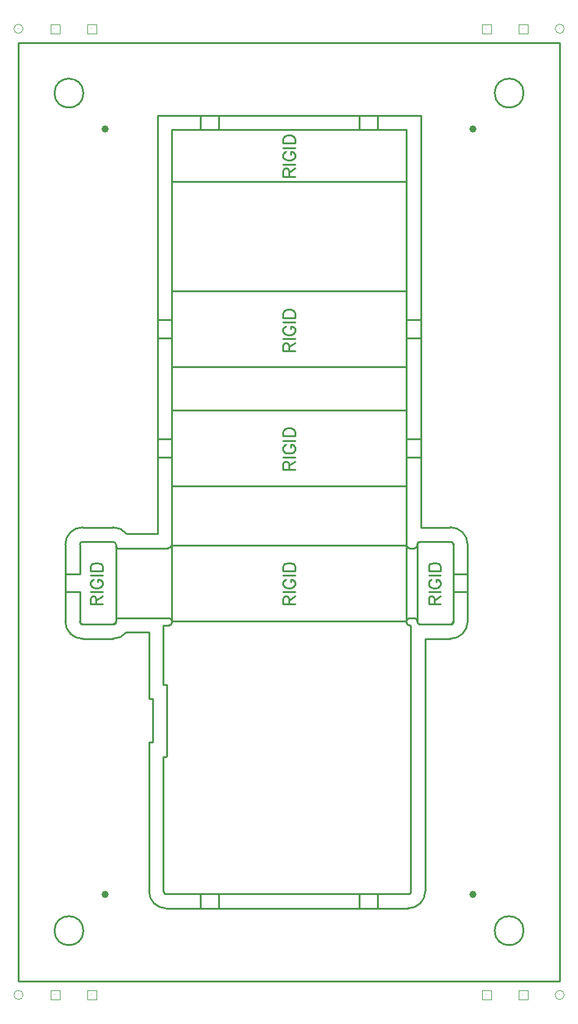
<source format=gbr>
G04 CAM350/DFMSTREAM V11.0 (Build 715) Date:  Fri Nov 02 14:57:23 2018 *
G04 Database: W:\PC Boards\VALTRONIC TECHNOLOGIES\VTC22567\CHECKPLOTS\MODIFIED.cam *
G04 Layer 18: Border *
%FSLAX25Y25*%
%MOIN*%
%SFA1.000B1.000*%

%MIA0B0*%
%IPPOS*%
%ADD10C,0.01000*%
%ADD11C,0.00098*%
%ADD18C,0.03937*%
%ADD38C,0.00100*%
%ADD156R,0.00011X0.00011*%
%ADD157R,0.00012X0.00012*%
%LNBorder*%
%LPD*%
G54D11*
X346150Y296400D03*
G54D18*
X179280Y149512D03*
X380067D03*
Y566835D03*
X179280D03*
G54D156*
X427350Y94800D03*
X132050D03*
X427350Y621600D03*
X132050D03*
G54D157*
X407350Y94800D03*
X152050D03*
X407350Y621600D03*
X152050D03*
X172050Y94800D03*
Y621600D03*
X387350Y94800D03*
Y621600D03*
G54D10*
X167002Y341909D02*
G75*
G03X165502Y340409J-1500D01*
X185187Y340413D02*
G03X183691Y341909I-1496D01*
X167495Y129827D02*
G03X167495Y129827I-7900D01*
X407652D02*
G03X407652Y129827I-7900D01*
X203276Y151383D02*
G03X212650Y142009I9374D01*
X367741Y289026D02*
G03X377115Y298400J9374D01*
X407652Y586520D02*
G03X407652Y586520I-7900D01*
X157628Y298409D02*
G03X167002Y289035I9374D01*
X190997Y346280D02*
G03X183691Y349783I-7306J-5867D01*
X377115Y340400D02*
G03X367741Y349774I-9374D01*
X167495Y586520D02*
G03X167495Y586520I-7900D01*
X167002Y349783D02*
G03X157628Y340409J-9374D01*
X344650Y142009D02*
G03X354024Y151383J9374D01*
X183691Y289035D02*
G03X190992Y292532J9370D01*
X185187Y339144D02*
G03X185972Y338407I786J50D01*
X346150Y296400D02*
G01X345650D01*
X185187Y339144D02*
G01Y340413D01*
X327902Y142009D02*
G01Y149883D01*
X231445Y142009D02*
G01Y149883D01*
X183691Y341909D02*
G01X167002D01*
X185187Y298405D02*
G01Y340413D01*
X349556Y298400D02*
G01Y340400D01*
X132036Y102268D02*
G01Y614080D01*
X351524Y574339D02*
G01X207823D01*
Y346276D02*
G01X190997Y346280D01*
X157628Y298409D02*
G01Y340409D01*
X205244Y232560D02*
G01Y256182D01*
X203276Y151383D02*
G01Y232560D01*
X344650Y142009D02*
G01X212650D01*
X377115Y298400D02*
G01Y340400D01*
X367741Y289026D02*
G01X354024D01*
X427311Y102268D02*
G01X132036D01*
X207823Y346276D02*
G01Y574339D01*
X205244Y232560D02*
G01X203276D01*
X351524Y349774D02*
G01Y574339D01*
X427311Y614080D02*
G01X132036D01*
X203276Y292529D02*
G01X190992Y292531D01*
X203276Y256182D02*
G01Y292529D01*
X205244Y256182D02*
G01X203276D01*
X183691Y349783D02*
G01X167002D01*
X354024Y151383D02*
G01Y289026D01*
X183691Y289035D02*
G01X167002D01*
X367741Y349774D02*
G01X351524D01*
X427311Y102268D02*
G01Y614080D01*
X213697Y338400D02*
G01X185972Y338407D01*
X318059Y142009D02*
G01Y149883D01*
X241288Y142009D02*
G01Y149883D01*
X165500Y324329D02*
G01X157628D01*
X165500D02*
G01Y340409D01*
X215697Y388108D02*
G01X207823D01*
X215697Y397951D02*
G01X207823D01*
X318059Y566465D02*
G01Y574339D01*
X327902Y566465D02*
G01Y574339D01*
X351524Y397951D02*
G01X343650D01*
X351524Y388108D02*
G01X343650D01*
X215697Y462911D02*
G01X207823D01*
X215697Y453069D02*
G01X207823D01*
X377115Y324329D02*
G01X369241D01*
X377115Y314486D02*
G01X369241D01*
X351524Y453069D02*
G01X343650D01*
X351524Y462911D02*
G01X343650D01*
X241288Y566465D02*
G01Y574339D01*
X231445Y566465D02*
G01Y574339D01*
X185187Y340413D02*
G03X183691Y341909I-1496D01*
Y296909D02*
G03X185187Y298405J1496D01*
X167002Y341909D02*
G03X165502Y340409J-1500D01*
Y298409D02*
G03X167002Y296909I1500D01*
X349556Y298400D02*
G03X351056Y296900I1500D01*
X367741D02*
G03X369241Y298400J1500D01*
Y340400D02*
G03X367741Y341900I-1500D01*
X351056D02*
G03X349556Y340400J-1500D01*
X343650Y538304D02*
G01X215697D01*
X343650Y437321D02*
G01X215697D01*
X343650Y478659D02*
G01X215697D01*
X343650Y298738D02*
G01X215697D01*
X343650D02*
G01Y340077D01*
X215697Y298738D02*
G01Y340077D01*
Y372360D02*
G01Y413699D01*
X183691Y341909D02*
G01X167002D01*
X185187Y298405D02*
G01Y340413D01*
X183691Y296909D02*
G01X167002D01*
X367741Y296900D02*
G01X351056D01*
X369241Y298400D02*
G01Y340400D01*
X367741Y341900D02*
G01X351056D01*
X349556Y298400D02*
G01Y340400D01*
X343650Y340077D02*
G01Y372360D01*
X213697Y338400D02*
G03X215697Y340077I-23J2059D01*
X343650Y413699D02*
G01X215697D01*
Y437321*
Y478659*
Y538304*
Y566465*
X343650*
Y538304*
Y566465*
X215697*
Y538304*
X343650*
Y478659*
Y437321*
Y478659*
X215697*
Y437321*
X343650*
Y413699*
Y372360*
X215697*
Y413699*
X343650*
Y372360*
X215697*
Y340077*
X343650*
Y298738*
X215697*
Y340077*
X343650*
X343665Y340006*
X343682Y339936*
X343702Y339867*
X343724Y339798*
X343748Y339730*
X343775Y339664*
X343804Y339598*
X343835Y339533*
X343869Y339469*
X343905Y339407*
X343943Y339345*
X343983Y339285*
X344025Y339227*
X344070Y339170*
X344116Y339115*
X344164Y339061*
X344214Y339009*
X344265Y338959*
X344319Y338910*
X344374Y338864*
X344431Y338819*
X344489Y338777*
X344548Y338736*
X344609Y338698*
X344672Y338662*
X344735Y338628*
X344800Y338596*
X344866Y338566*
X344932Y338539*
X345000Y338514*
X345068Y338492*
X345138Y338472*
X345208Y338454*
X345278Y338439*
X345349Y338426*
X345420Y338416*
X345492Y338408*
X345564Y338403*
X345636Y338400*
X345650*
X347556*
X347625Y338401*
X347695Y338405*
X347765Y338411*
X347834Y338419*
X347903Y338430*
X347971Y338444*
X348039Y338459*
X348107Y338477*
X348174Y338498*
X348240Y338521*
X348305Y338546*
X348369Y338573*
X348432Y338602*
X348494Y338634*
X348556Y338668*
X348615Y338704*
X348674Y338742*
X348731Y338782*
X348787Y338824*
X348841Y338868*
X348894Y338914*
X348945Y338961*
X348994Y339011*
X349042Y339062*
X349088Y339114*
X349132Y339169*
X349174Y339224*
X349214Y339282*
X349252Y339340*
X349288Y339400*
X349321Y339461*
X349353Y339523*
X349383Y339587*
X349410Y339651*
X349435Y339716*
X349458Y339782*
X349478Y339849*
X349496Y339916*
X349512Y339984*
X349525Y340053*
X349536Y340122*
X349545Y340191*
X349551Y340260*
X349554Y340330*
X349556Y340400*
Y340452*
X349559Y340505*
X349564Y340557*
X349570Y340609*
X349578Y340660*
X349588Y340712*
X349600Y340763*
X349614Y340813*
X349629Y340864*
X349646Y340913*
X349665Y340962*
X349685Y341010*
X349707Y341058*
X349731Y341104*
X349756Y341150*
X349783Y341195*
X349812Y341239*
X349842Y341282*
X349873Y341323*
X349906Y341364*
X349941Y341404*
X349976Y341442*
X350014Y341479*
X350052Y341515*
X350091Y341549*
X350132Y341582*
X350174Y341614*
X350217Y341644*
X350261Y341672*
X350306Y341699*
X350351Y341724*
X350398Y341748*
X350445Y341770*
X350494Y341791*
X350542Y341810*
X350592Y341827*
X350642Y341842*
X350693Y341855*
X350744Y341867*
X350795Y341877*
X350847Y341885*
X350899Y341892*
X350951Y341896*
X351003Y341899*
X351056Y341900*
X367741*
X367793Y341899*
X367845Y341896*
X367897Y341892*
X367949Y341885*
X368001Y341877*
X368052Y341867*
X368103Y341855*
X368154Y341842*
X368204Y341827*
X368254Y341810*
X368302Y341791*
X368351Y341770*
X368398Y341748*
X368445Y341724*
X368491Y341699*
X368535Y341672*
X368579Y341644*
X368622Y341614*
X368664Y341582*
X368705Y341549*
X368744Y341515*
X368783Y341479*
X368820Y341442*
X368855Y341404*
X368890Y341364*
X368923Y341323*
X368954Y341282*
X368984Y341239*
X369013Y341195*
X369040Y341150*
X369065Y341104*
X369089Y341058*
X369111Y341010*
X369131Y340962*
X369150Y340913*
X369167Y340864*
X369182Y340813*
X369196Y340763*
X369208Y340712*
X369218Y340660*
X369226Y340609*
X369232Y340557*
X369237Y340505*
X369240Y340452*
X369241Y340400*
Y298400*
X369240Y298348*
X369237Y298295*
X369232Y298243*
X369226Y298191*
X369218Y298140*
X369208Y298088*
X369196Y298037*
X369182Y297987*
X369167Y297936*
X369150Y297887*
X369131Y297838*
X369111Y297790*
X369089Y297742*
X369065Y297696*
X369040Y297650*
X369013Y297605*
X368984Y297561*
X368954Y297518*
X368923Y297477*
X368890Y297436*
X368855Y297396*
X368820Y297358*
X368783Y297321*
X368744Y297285*
X368705Y297251*
X368664Y297218*
X368622Y297186*
X368579Y297156*
X368535Y297128*
X368491Y297101*
X368445Y297076*
X368398Y297052*
X368351Y297030*
X368302Y297009*
X368254Y296990*
X368204Y296973*
X368154Y296958*
X368103Y296945*
X368052Y296933*
X368001Y296923*
X367949Y296915*
X367897Y296908*
X367845Y296904*
X367793Y296901*
X367741Y296900*
X351056*
X351003Y296901*
X350951Y296904*
X350899Y296908*
X350847Y296915*
X350795Y296923*
X350744Y296933*
X350693Y296945*
X350642Y296958*
X350592Y296973*
X350542Y296990*
X350494Y297009*
X350445Y297030*
X350398Y297052*
X350351Y297076*
X350306Y297101*
X350261Y297128*
X350217Y297156*
X350174Y297186*
X350132Y297218*
X350091Y297251*
X350052Y297285*
X350014Y297321*
X349976Y297358*
X349941Y297396*
X349906Y297436*
X349873Y297477*
X349842Y297518*
X349812Y297561*
X349783Y297605*
X349756Y297650*
X349731Y297696*
X349707Y297742*
X349685Y297790*
X349665Y297838*
X349646Y297887*
X349629Y297936*
X349614Y297987*
X349600Y298037*
X349588Y298088*
X349578Y298140*
X349570Y298191*
X349564Y298243*
X349559Y298295*
X349556Y298348*
Y298400*
X349554Y298470*
X349551Y298540*
X349545Y298609*
X349536Y298678*
X349525Y298747*
X349512Y298816*
X349496Y298884*
X349478Y298951*
X349458Y299018*
X349435Y299084*
X349410Y299149*
X349383Y299213*
X349353Y299277*
X349321Y299339*
X349288Y299400*
X349252Y299460*
X349214Y299518*
X349174Y299576*
X349132Y299631*
X349088Y299686*
X349042Y299738*
X348994Y299789*
X348945Y299839*
X348894Y299886*
X348841Y299932*
X348787Y299976*
X348731Y300018*
X348674Y300058*
X348615Y300096*
X348556Y300132*
X348494Y300166*
X348432Y300198*
X348369Y300227*
X348305Y300254*
X348240Y300279*
X348174Y300302*
X348107Y300323*
X348039Y300341*
X347971Y300356*
X347903Y300370*
X347834Y300381*
X347765Y300389*
X347695Y300395*
X347625Y300399*
X347556Y300400*
X345650*
X345580Y300399*
X345510Y300395*
X345441Y300389*
X345372Y300381*
X345303Y300370*
X345234Y300356*
X345166Y300341*
X345099Y300323*
X345032Y300302*
X344966Y300279*
X344901Y300254*
X344837Y300227*
X344773Y300198*
X344711Y300166*
X344650Y300132*
X344590Y300096*
X344532Y300058*
X344474Y300018*
X344419Y299976*
X344364Y299932*
X344312Y299886*
X344261Y299839*
X344211Y299789*
X344164Y299738*
X344118Y299686*
X344074Y299631*
X344032Y299576*
X343992Y299518*
X343954Y299460*
X343918Y299400*
X343884Y299339*
X343852Y299277*
X343823Y299213*
X343796Y299149*
X343771Y299084*
X343748Y299018*
X343727Y298951*
X343709Y298884*
X343694Y298816*
X343680Y298747*
X343669Y298678*
X343661Y298609*
X343655Y298540*
X343651Y298470*
X343650Y298400*
X343651Y298330*
X343655Y298260*
X343661Y298191*
X343669Y298122*
X343680Y298053*
X343694Y297984*
X343709Y297916*
X343727Y297849*
X343748Y297782*
X343771Y297716*
X343796Y297651*
X343823Y297587*
X343852Y297523*
X343884Y297461*
X343918Y297400*
X343954Y297340*
X343992Y297282*
X344032Y297224*
X344074Y297169*
X344118Y297114*
X344164Y297062*
X344211Y297011*
X344261Y296961*
X344312Y296914*
X344364Y296868*
X344419Y296824*
X344474Y296782*
X344532Y296742*
X344590Y296704*
X344650Y296668*
X344711Y296634*
X344773Y296602*
X344837Y296573*
X344901Y296546*
X344966Y296521*
X345032Y296498*
X345099Y296477*
X345166Y296459*
X345234Y296444*
X345303Y296430*
X345372Y296419*
X345441Y296411*
X345510Y296405*
X345580Y296401*
X345650Y296400*
X346150*
Y151383*
X346149Y151330*
X346146Y151278*
X346142Y151226*
X346135Y151174*
X346127Y151122*
X346117Y151071*
X346105Y151020*
X346092Y150969*
X346077Y150919*
X346060Y150870*
X346041Y150821*
X346020Y150773*
X345998Y150725*
X345974Y150678*
X345949Y150633*
X345922Y150588*
X345894Y150544*
X345864Y150501*
X345832Y150459*
X345799Y150418*
X345765Y150379*
X345729Y150341*
X345692Y150304*
X345654Y150268*
X345614Y150234*
X345573Y150201*
X345532Y150169*
X345489Y150139*
X345445Y150111*
X345400Y150084*
X345354Y150058*
X345308Y150034*
X345260Y150012*
X345212Y149992*
X345163Y149973*
X345114Y149956*
X345063Y149941*
X345013Y149927*
X344962Y149915*
X344910Y149905*
X344859Y149897*
X344807Y149891*
X344755Y149886*
X344702Y149884*
X344650Y149883*
X212650*
X212598Y149884*
X212545Y149886*
X212493Y149891*
X212441Y149897*
X212390Y149905*
X212338Y149915*
X212287Y149927*
X212237Y149941*
X212186Y149956*
X212137Y149973*
X212088Y149992*
X212040Y150012*
X211992Y150034*
X211946Y150058*
X211900Y150084*
X211855Y150111*
X211811Y150139*
X211768Y150169*
X211727Y150201*
X211686Y150234*
X211646Y150268*
X211608Y150304*
X211571Y150341*
X211535Y150379*
X211501Y150418*
X211468Y150459*
X211436Y150501*
X211406Y150544*
X211378Y150588*
X211351Y150633*
X211326Y150678*
X211302Y150725*
X211280Y150773*
X211259Y150821*
X211240Y150870*
X211223Y150919*
X211208Y150969*
X211195Y151020*
X211183Y151071*
X211173Y151122*
X211165Y151174*
X211158Y151226*
X211154Y151278*
X211151Y151330*
X211150Y151383*
Y224686*
X212331*
X212359Y224687*
X212386Y224688*
X212413Y224691*
X212441Y224694*
X212468Y224698*
X212495Y224703*
X212522Y224710*
X212548Y224717*
X212574Y224725*
X212600Y224734*
X212626Y224744*
X212651Y224754*
X212676Y224766*
X212701Y224778*
X212725Y224792*
X212748Y224806*
X212771Y224821*
X212794Y224837*
X212816Y224853*
X212837Y224870*
X212858Y224888*
X212878Y224907*
X212898Y224927*
X212916Y224947*
X212934Y224967*
X212952Y224989*
X212968Y225011*
X212984Y225033*
X212999Y225056*
X213013Y225080*
X213026Y225104*
X213039Y225128*
X213050Y225153*
X213061Y225179*
X213071Y225204*
X213080Y225230*
X213088Y225257*
X213095Y225283*
X213101Y225310*
X213107Y225337*
X213111Y225364*
X213114Y225391*
X213117Y225419*
X213118Y225446*
X213119Y225473*
Y263269*
X213118Y263296*
X213117Y263324*
X213114Y263351*
X213111Y263378*
X213107Y263406*
X213101Y263433*
X213095Y263459*
X213088Y263486*
X213080Y263512*
X213071Y263538*
X213061Y263564*
X213050Y263589*
X213039Y263614*
X213026Y263639*
X213013Y263663*
X212999Y263686*
X212984Y263709*
X212968Y263732*
X212952Y263754*
X212934Y263775*
X212916Y263796*
X212898Y263816*
X212878Y263835*
X212858Y263854*
X212837Y263872*
X212816Y263889*
X212794Y263906*
X212771Y263922*
X212748Y263937*
X212725Y263951*
X212701Y263964*
X212676Y263977*
X212651Y263988*
X212626Y263999*
X212600Y264009*
X212574Y264018*
X212548Y264026*
X212522Y264033*
X212495Y264039*
X212468Y264044*
X212441Y264049*
X212413Y264052*
X212386Y264054*
X212359Y264056*
X212331*
X211150*
Y296400*
X213697*
X213767Y296401*
X213837Y296405*
X213906Y296411*
X213976Y296419*
X214045Y296430*
X214113Y296444*
X214181Y296459*
X214249Y296477*
X214315Y296498*
X214381Y296521*
X214446Y296546*
X214511Y296573*
X214574Y296602*
X214636Y296634*
X214697Y296668*
X214757Y296704*
X214816Y296742*
X214873Y296782*
X214929Y296824*
X214983Y296868*
X215036Y296914*
X215087Y296961*
X215136Y297011*
X215184Y297062*
X215229Y297114*
X215273Y297169*
X215315Y297224*
X215355Y297282*
X215393Y297340*
X215429Y297400*
X215463Y297461*
X215495Y297523*
X215524Y297587*
X215552Y297651*
X215577Y297716*
X215599Y297782*
X215620Y297849*
X215638Y297916*
X215654Y297984*
X215667Y298053*
X215678Y298122*
X215686Y298191*
X215692Y298260*
X215696Y298330*
X215697Y298400*
X215696Y298470*
X215692Y298540*
X215686Y298609*
X215678Y298678*
X215667Y298747*
X215654Y298816*
X215638Y298884*
X215620Y298951*
X215599Y299018*
X215577Y299084*
X215552Y299149*
X215524Y299213*
X215495Y299277*
X215463Y299339*
X215429Y299400*
X215393Y299460*
X215355Y299518*
X215315Y299576*
X215273Y299631*
X215229Y299686*
X215184Y299738*
X215136Y299789*
X215087Y299839*
X215036Y299886*
X214983Y299932*
X214929Y299976*
X214873Y300018*
X214816Y300058*
X214757Y300096*
X214697Y300132*
X214636Y300166*
X214574Y300198*
X214511Y300227*
X214446Y300254*
X214381Y300279*
X214315Y300302*
X214249Y300323*
X214181Y300341*
X214113Y300356*
X214045Y300370*
X213976Y300381*
X213906Y300389*
X213837Y300395*
X213767Y300399*
X213697Y300400*
X185973Y300407*
X185945*
X185918Y300405*
X185891Y300403*
X185863Y300399*
X185836Y300395*
X185809Y300390*
X185782Y300384*
X185756Y300377*
X185730Y300369*
X185704Y300360*
X185678Y300350*
X185653Y300339*
X185628Y300327*
X185603Y300315*
X185579Y300302*
X185556Y300287*
X185533Y300272*
X185510Y300257*
X185488Y300240*
X185467Y300223*
X185446Y300205*
X185426Y300186*
X185406Y300167*
X185388Y300147*
X185370Y300126*
X185352Y300104*
X185336Y300083*
X185320Y300060*
X185305Y300037*
X185291Y300013*
X185278Y299989*
X185265Y299965*
X185254Y299940*
X185243Y299915*
X185233Y299889*
X185224Y299863*
X185216Y299837*
X185209Y299810*
X185203Y299783*
X185197Y299756*
X185193Y299729*
X185190Y299702*
X185187Y299675*
Y299669*
Y299669*
Y298405*
X185186Y298353*
X185183Y298301*
X185179Y298249*
X185172Y298197*
X185164Y298145*
X185154Y298094*
X185143Y298043*
X185129Y297993*
X185114Y297943*
X185097Y297893*
X185078Y297845*
X185058Y297797*
X185036Y297749*
X185012Y297703*
X184987Y297657*
X184960Y297612*
X184931Y297569*
X184901Y297526*
X184870Y297484*
X184837Y297443*
X184803Y297404*
X184767Y297366*
X184730Y297329*
X184692Y297293*
X184653Y297259*
X184612Y297226*
X184570Y297195*
X184528Y297165*
X184484Y297136*
X184439Y297109*
X184393Y297084*
X184347Y297060*
X184299Y297038*
X184251Y297018*
X184203Y296999*
X184153Y296982*
X184103Y296967*
X184053Y296953*
X184002Y296942*
X183951Y296932*
X183899Y296924*
X183847Y296917*
X183795Y296913*
X183743Y296910*
X183691Y296909*
X183685Y296900*
X167000*
X166948Y296901*
X166896Y296904*
X166844Y296908*
X166792Y296915*
X166740Y296923*
X166689Y296933*
X166638Y296945*
X166587Y296958*
X166537Y296973*
X166487Y296990*
X166438Y297009*
X166390Y297030*
X166343Y297052*
X166296Y297076*
X166250Y297101*
X166206Y297128*
X166162Y297156*
X166119Y297186*
X166077Y297218*
X166036Y297251*
X165997Y297285*
X165958Y297321*
X165921Y297358*
X165886Y297396*
X165851Y297436*
X165818Y297477*
X165787Y297518*
X165757Y297561*
X165728Y297605*
X165701Y297650*
X165676Y297696*
X165652Y297742*
X165630Y297790*
X165610Y297838*
X165591Y297887*
X165574Y297936*
X165559Y297987*
X165545Y298037*
X165533Y298088*
X165523Y298140*
X165515Y298191*
X165509Y298243*
X165504Y298295*
X165501Y298348*
X165500Y298400*
Y314486*
X157628*
G01X171328Y307916D02*
X177890D01*
X171328D02*
Y310729D01*
X171640Y311666D01*
X171953Y311979D01*
X172578Y312291D01*
X173203D01*
X173828Y311979D01*
X174140Y311666D01*
X174453Y310729D01*
Y307916D01*
Y310104D02*
X177890Y312291D01*
X171328Y314479D02*
X177890D01*
X172890Y321354D02*
X172265Y321041D01*
X171640Y320416D01*
X171328Y319791D01*
Y318541D01*
X171640Y317916D01*
X172265Y317291D01*
X172890Y316979D01*
X173828Y316666D01*
X175390D01*
X176328Y316979D01*
X176953Y317291D01*
X177578Y317916D01*
X177890Y318541D01*
Y319791D01*
X177578Y320416D01*
X176953Y321041D01*
X176328Y321354D01*
X175390D01*
Y319791D02*
Y321354D01*
X171328Y323541D02*
X177890D01*
X171328Y326041D02*
X177890D01*
X171328D02*
Y328229D01*
X171640Y329166D01*
X172265Y329791D01*
X172890Y330104D01*
X173828Y330416D01*
X175390D01*
X176328Y330104D01*
X176953Y329791D01*
X177578Y329166D01*
X177890Y328229D01*
Y326041D01*
G01X276428Y307916D02*
X282990D01*
X276428D02*
Y310729D01*
X276740Y311666D01*
X277053Y311979D01*
X277678Y312291D01*
X278303D01*
X278928Y311979D01*
X279240Y311666D01*
X279553Y310729D01*
Y307916D01*
Y310104D02*
X282990Y312291D01*
X276428Y314479D02*
X282990D01*
X277990Y321354D02*
X277365Y321041D01*
X276740Y320416D01*
X276428Y319791D01*
Y318541D01*
X276740Y317916D01*
X277365Y317291D01*
X277990Y316979D01*
X278928Y316666D01*
X280490D01*
X281428Y316979D01*
X282053Y317291D01*
X282678Y317916D01*
X282990Y318541D01*
Y319791D01*
X282678Y320416D01*
X282053Y321041D01*
X281428Y321354D01*
X280490D01*
Y319791D02*
Y321354D01*
X276428Y323541D02*
X282990D01*
X276428Y326041D02*
X282990D01*
X276428D02*
Y328229D01*
X276740Y329166D01*
X277365Y329791D01*
X277990Y330104D01*
X278928Y330416D01*
X280490D01*
X281428Y330104D01*
X282053Y329791D01*
X282678Y329166D01*
X282990Y328229D01*
Y326041D01*
G01X276428Y381376D02*
X282990D01*
X276428D02*
Y384189D01*
X276740Y385126D01*
X277053Y385439D01*
X277678Y385751D01*
X278303D01*
X278928Y385439D01*
X279240Y385126D01*
X279553Y384189D01*
Y381376D01*
Y383564D02*
X282990Y385751D01*
X276428Y387939D02*
X282990D01*
X277990Y394814D02*
X277365Y394501D01*
X276740Y393876D01*
X276428Y393251D01*
Y392001D01*
X276740Y391376D01*
X277365Y390751D01*
X277990Y390439D01*
X278928Y390126D01*
X280490D01*
X281428Y390439D01*
X282053Y390751D01*
X282678Y391376D01*
X282990Y392001D01*
Y393251D01*
X282678Y393876D01*
X282053Y394501D01*
X281428Y394814D01*
X280490D01*
Y393251D02*
Y394814D01*
X276428Y397001D02*
X282990D01*
X276428Y399501D02*
X282990D01*
X276428D02*
Y401689D01*
X276740Y402626D01*
X277365Y403251D01*
X277990Y403564D01*
X278928Y403876D01*
X280490D01*
X281428Y403564D01*
X282053Y403251D01*
X282678Y402626D01*
X282990Y401689D01*
Y399501D01*
G01X276428Y445986D02*
X282990D01*
X276428D02*
Y448799D01*
X276740Y449736D01*
X277053Y450049D01*
X277678Y450361D01*
X278303D01*
X278928Y450049D01*
X279240Y449736D01*
X279553Y448799D01*
Y445986D01*
Y448174D02*
X282990Y450361D01*
X276428Y452549D02*
X282990D01*
X277990Y459424D02*
X277365Y459111D01*
X276740Y458486D01*
X276428Y457861D01*
Y456611D01*
X276740Y455986D01*
X277365Y455361D01*
X277990Y455049D01*
X278928Y454736D01*
X280490D01*
X281428Y455049D01*
X282053Y455361D01*
X282678Y455986D01*
X282990Y456611D01*
Y457861D01*
X282678Y458486D01*
X282053Y459111D01*
X281428Y459424D01*
X280490D01*
Y457861D02*
Y459424D01*
X276428Y461611D02*
X282990D01*
X276428Y464111D02*
X282990D01*
X276428D02*
Y466299D01*
X276740Y467236D01*
X277365Y467861D01*
X277990Y468174D01*
X278928Y468486D01*
X280490D01*
X281428Y468174D01*
X282053Y467861D01*
X282678Y467236D01*
X282990Y466299D01*
Y464111D01*
G01X276428Y541116D02*
X282990D01*
X276428D02*
Y543929D01*
X276740Y544866D01*
X277053Y545179D01*
X277678Y545491D01*
X278303D01*
X278928Y545179D01*
X279240Y544866D01*
X279553Y543929D01*
Y541116D01*
Y543304D02*
X282990Y545491D01*
X276428Y547679D02*
X282990D01*
X277990Y554554D02*
X277365Y554241D01*
X276740Y553616D01*
X276428Y552991D01*
Y551741D01*
X276740Y551116D01*
X277365Y550491D01*
X277990Y550179D01*
X278928Y549866D01*
X280490D01*
X281428Y550179D01*
X282053Y550491D01*
X282678Y551116D01*
X282990Y551741D01*
Y552991D01*
X282678Y553616D01*
X282053Y554241D01*
X281428Y554554D01*
X280490D01*
Y552991D02*
Y554554D01*
X276428Y556741D02*
X282990D01*
X276428Y559241D02*
X282990D01*
X276428D02*
Y561429D01*
X276740Y562366D01*
X277365Y562991D01*
X277990Y563304D01*
X278928Y563616D01*
X280490D01*
X281428Y563304D01*
X282053Y562991D01*
X282678Y562366D01*
X282990Y561429D01*
Y559241D01*
G54D38*
X429850Y94800D02*
G03X429850Y94800I-2500D01*
X134550D02*
G03X134550Y94800I-2500D01*
X429850Y621600D02*
G03X429850Y621600I-2500D01*
X134550D02*
G03X134550Y621600I-2500D01*
X409850Y92300D02*
G01Y97300D01*
X404850*
Y92300*
X409850*
X154550D02*
G01Y97300D01*
X149550*
Y92300*
X154550*
X409850Y619100D02*
G01Y624100D01*
X404850*
Y619100*
X409850*
X154550D02*
G01Y624100D01*
X149550*
Y619100*
X154550*
X174550Y92300D02*
G01Y97300D01*
X169550*
Y92300*
X174550*
Y619100D02*
G01Y624100D01*
X169550*
Y619100*
X174550*
X389850Y92300D02*
G01Y97300D01*
X384850*
Y92300*
X389850*
Y619100D02*
G01Y624100D01*
X384850*
Y619100*
X389850*
G54D10*
G01X355830Y307916D02*
X362393D01*
X355830D02*
Y310729D01*
X356143Y311666D01*
X356455Y311979D01*
X357080Y312291D01*
X357705D01*
X358330Y311979D01*
X358643Y311666D01*
X358955Y310729D01*
Y307916D01*
Y310104D02*
X362393Y312291D01*
X355830Y314479D02*
X362393D01*
X357393Y321354D02*
X356768Y321041D01*
X356143Y320416D01*
X355830Y319791D01*
Y318541D01*
X356143Y317916D01*
X356768Y317291D01*
X357393Y316979D01*
X358330Y316666D01*
X359893D01*
X360830Y316979D01*
X361455Y317291D01*
X362080Y317916D01*
X362393Y318541D01*
Y319791D01*
X362080Y320416D01*
X361455Y321041D01*
X360830Y321354D01*
X359893D01*
Y319791D02*
Y321354D01*
X355830Y323541D02*
X362393D01*
X355830Y326041D02*
X362393D01*
X355830D02*
Y328229D01*
X356143Y329166D01*
X356768Y329791D01*
X357393Y330104D01*
X358330Y330416D01*
X359893D01*
X360830Y330104D01*
X361455Y329791D01*
X362080Y329166D01*
X362393Y328229D01*
Y326041D01*
M02*

</source>
